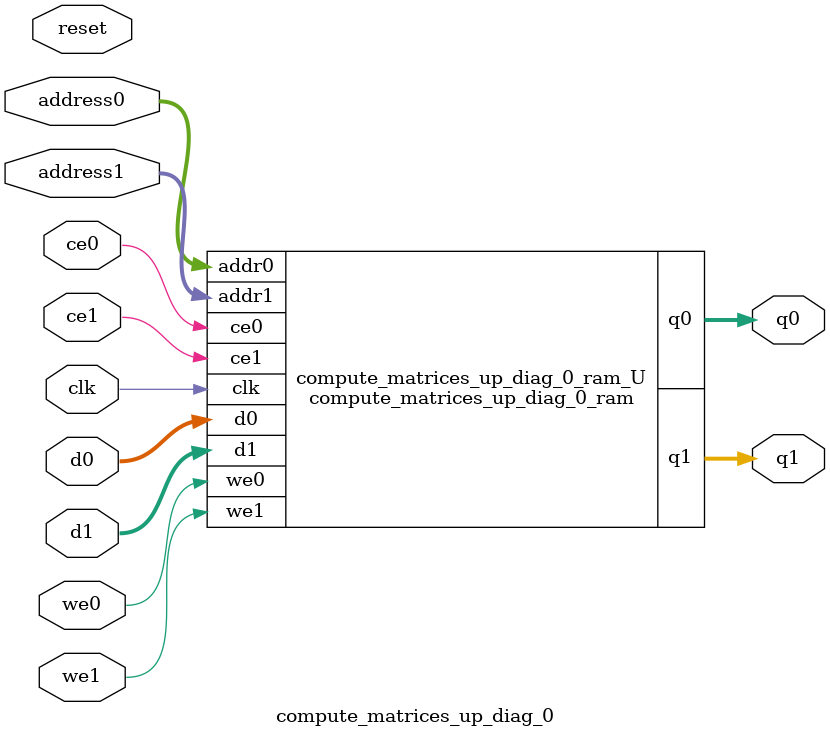
<source format=v>
`timescale 1 ns / 1 ps
module compute_matrices_up_diag_0_ram (addr0, ce0, d0, we0, q0, addr1, ce1, d1, we1, q1,  clk);

parameter DWIDTH = 32;
parameter AWIDTH = 4;
parameter MEM_SIZE = 16;

input[AWIDTH-1:0] addr0;
input ce0;
input[DWIDTH-1:0] d0;
input we0;
output reg[DWIDTH-1:0] q0;
input[AWIDTH-1:0] addr1;
input ce1;
input[DWIDTH-1:0] d1;
input we1;
output reg[DWIDTH-1:0] q1;
input clk;

reg [DWIDTH-1:0] ram[0:MEM_SIZE-1];




always @(posedge clk)  
begin 
    if (ce0) begin
        if (we0) 
            ram[addr0] <= d0; 
        q0 <= ram[addr0];
    end
end


always @(posedge clk)  
begin 
    if (ce1) begin
        if (we1) 
            ram[addr1] <= d1; 
        q1 <= ram[addr1];
    end
end


endmodule

`timescale 1 ns / 1 ps
module compute_matrices_up_diag_0(
    reset,
    clk,
    address0,
    ce0,
    we0,
    d0,
    q0,
    address1,
    ce1,
    we1,
    d1,
    q1);

parameter DataWidth = 32'd32;
parameter AddressRange = 32'd16;
parameter AddressWidth = 32'd4;
input reset;
input clk;
input[AddressWidth - 1:0] address0;
input ce0;
input we0;
input[DataWidth - 1:0] d0;
output[DataWidth - 1:0] q0;
input[AddressWidth - 1:0] address1;
input ce1;
input we1;
input[DataWidth - 1:0] d1;
output[DataWidth - 1:0] q1;



compute_matrices_up_diag_0_ram compute_matrices_up_diag_0_ram_U(
    .clk( clk ),
    .addr0( address0 ),
    .ce0( ce0 ),
    .we0( we0 ),
    .d0( d0 ),
    .q0( q0 ),
    .addr1( address1 ),
    .ce1( ce1 ),
    .we1( we1 ),
    .d1( d1 ),
    .q1( q1 ));

endmodule


</source>
